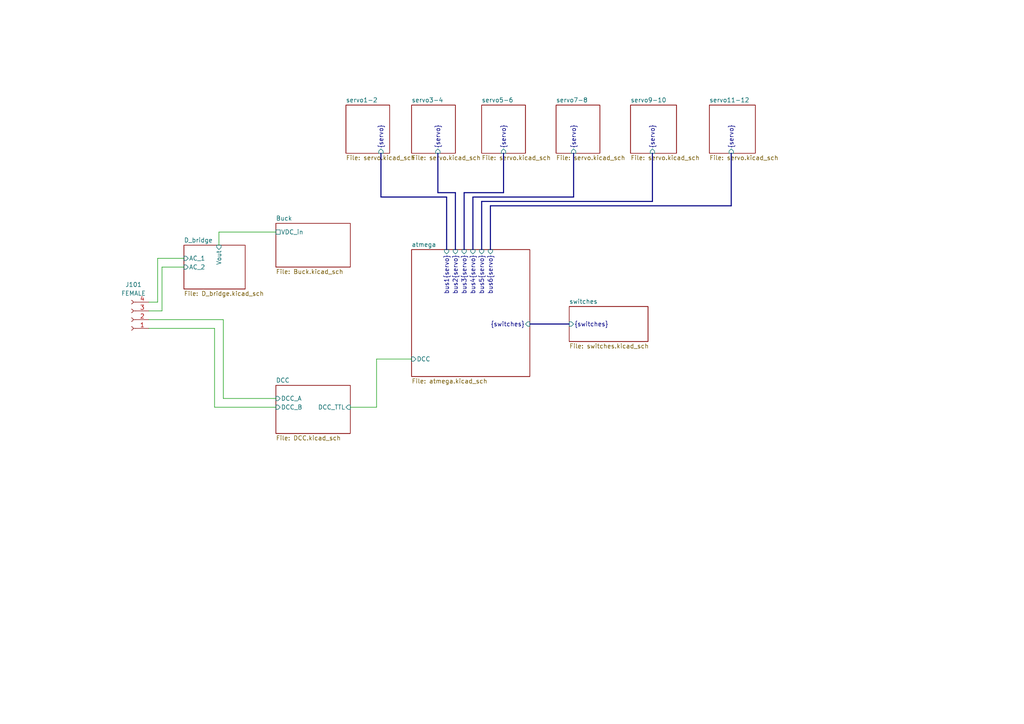
<source format=kicad_sch>
(kicad_sch (version 20231120) (generator "eeschema") (generator_version "8.0")
  (paper "A4")
  (lib_symbols
    (symbol "custom_kicad_lib_sk:connector_3.50mm_4P_horizontal_FEMALE" (pin_names (offset 1.016) hide)
      (property "Reference" "J" (at 0 5.08 0))
      (property "Value" "FEMALE" (at 0 -7.62 0))
      (symbol "connector_3.50mm_4P_horizontal_FEMALE_1_1"
        (arc (start 0 -4.572) (mid -0.5058 -5.08) (end 0 -5.588) (stroke (width 0.1524)))
        (arc (start 0 -2.032) (mid -0.5058 -2.54) (end 0 -3.048) (stroke (width 0.1524)))
        (polyline (pts (xy -1.27 -5.08) (xy -0.508 -5.08)) (stroke (width 0.1524)))
        (polyline (pts (xy -1.27 -2.54) (xy -0.508 -2.54)) (stroke (width 0.1524)))
        (polyline (pts (xy -1.27 0) (xy -0.508 0)) (stroke (width 0.1524)))
        (polyline (pts (xy -1.27 2.54) (xy -0.508 2.54)) (stroke (width 0.1524)))
        (arc (start 0 0.508) (mid -0.5058 0) (end 0 -0.508) (stroke (width 0.1524)))
        (arc (start 0 3.048) (mid -0.5058 2.54) (end 0 2.032) (stroke (width 0.1524)))
        (pin passive line (at -5.08 2.54 0) (length 3.81) (name "Pin_1") (number "1"))
        (pin passive line (at -5.08 0 0) (length 3.81) (name "Pin_2") (number "2"))
        (pin passive line (at -5.08 -2.54 0) (length 3.81) (name "Pin_3") (number "3"))
        (pin passive line (at -5.08 -5.08 0) (length 3.81) (name "Pin_4") (number "4"))
      )
    )
  )
  (bus_alias "servo" (members "pin1" "pin2"))
  (bus_alias "switches" (members "sw1" "sw2" "sw3" "sw4" "sw5"))
  (bus (pts (xy 142.24 59.69) (xy 212.09 59.69)))
  (bus (pts (xy 146.05 55.88) (xy 146.05 44.45)))
  (bus (pts (xy 110.49 57.15) (xy 110.49 44.45)))
  (bus (pts (xy 127 44.45) (xy 127 55.88)))
  (bus (pts (xy 137.16 57.15) (xy 166.37 57.15)))
  (wire (pts (xy 109.22 104.14) (xy 119.38 104.14)))
  (bus (pts (xy 139.7 58.42) (xy 189.23 58.42)))
  (wire (pts (xy 64.77 115.57) (xy 80.01 115.57)))
  (wire (pts (xy 62.23 118.11) (xy 80.01 118.11)))
  (wire (pts (xy 45.72 74.93) (xy 53.34 74.93)))
  (bus (pts (xy 139.7 72.39) (xy 139.7 58.42)))
  (wire (pts (xy 43.18 90.17) (xy 46.99 90.17)))
  (bus (pts (xy 153.67 93.98) (xy 165.1 93.98)))
  (wire (pts (xy 43.18 92.71) (xy 64.77 92.71)))
  (bus (pts (xy 166.37 57.15) (xy 166.37 44.45)))
  (wire (pts (xy 43.18 95.25) (xy 62.23 95.25)))
  (bus (pts (xy 137.16 72.39) (xy 137.16 57.15)))
  (wire (pts (xy 64.77 92.71) (xy 64.77 115.57)))
  (wire (pts (xy 63.5 67.31) (xy 80.01 67.31)))
  (wire (pts (xy 62.23 95.25) (xy 62.23 118.11)))
  (bus (pts (xy 212.09 59.69) (xy 212.09 44.45)))
  (bus (pts (xy 134.62 72.39) (xy 134.62 55.88)))
  (bus (pts (xy 127 55.88) (xy 132.08 55.88)))
  (wire (pts (xy 63.5 71.12) (xy 63.5 67.31)))
  (wire (pts (xy 43.18 87.63) (xy 45.72 87.63)))
  (bus (pts (xy 142.24 72.39) (xy 142.24 59.69)))
  (wire (pts (xy 46.99 90.17) (xy 46.99 77.47)))
  (wire (pts (xy 109.22 118.11) (xy 109.22 104.14)))
  (wire (pts (xy 46.99 77.47) (xy 53.34 77.47)))
  (bus (pts (xy 134.62 55.88) (xy 146.05 55.88)))
  (bus (pts (xy 132.08 55.88) (xy 132.08 72.39)))
  (bus (pts (xy 129.54 57.15) (xy 110.49 57.15)))
  (bus (pts (xy 189.23 58.42) (xy 189.23 44.45)))
  (bus (pts (xy 129.54 72.39) (xy 129.54 57.15)))
  (wire (pts (xy 101.6 118.11) (xy 109.22 118.11)))
  (wire (pts (xy 45.72 87.63) (xy 45.72 74.93)))
  (symbol (lib_id "custom_kicad_lib_sk:connector_3.50mm_4P_horizontal_FEMALE") (at 38.1 92.71 180) (unit 1)
    (property "Reference" "J101" (at 38.735 82.55 0))
    (property "Value" "FEMALE" (at 38.735 85.09 0))
    (property "Footprint" "Connector_Phoenix_MC:PhoenixContact_MC_1,5_4-G-3.5_1x04_P3.50mm_Horizontal" (effects (hide yes)))
    (property "Description" "Generic connector, single row, 01x04, script generated" (effects (hide yes)))
  )
  (sheet (at 100.33 30.48) (size 12.7 13.97) (stroke (width 0.1524))
    (property "Sheetname" "servo1-2" (at 100.33 29.7684 0) (effects (justify left bottom)))
    (property "Sheetfile" "servo.kicad_sch" (at 100.33 45.0346 0) (effects (justify left top)))
    (pin "{servo}" input (at 110.49 44.45 270))
  )
  (sheet (at 165.1 88.9) (size 22.86 10.16) (stroke (width 0.1524))
    (property "Sheetname" "switches" (at 165.1 88.1884 0) (effects (justify left bottom)))
    (property "Sheetfile" "switches.kicad_sch" (at 165.1 99.6446 0) (effects (justify left top)))
    (pin "{switches}" input (at 165.1 93.98 180))
  )
  (sheet (at 182.88 30.48) (size 13.335 13.97) (stroke (width 0.1524))
    (property "Sheetname" "servo9-10" (at 182.88 29.7684 0) (effects (justify left bottom)))
    (property "Sheetfile" "servo.kicad_sch" (at 182.88 45.0346 0) (effects (justify left top)))
    (pin "{servo}" input (at 189.23 44.45 270))
  )
  (sheet (at 53.34 71.12) (size 17.78 12.7) (stroke (width 0.1524))
    (property "Sheetname" "D_bridge" (at 53.34 70.4084 0) (effects (justify left bottom)))
    (property "Sheetfile" "D_bridge.kicad_sch" (at 53.34 84.4046 0) (effects (justify left top)))
    (pin "Vout" input (at 63.5 71.12 90))
    (pin "AC_1" input (at 53.34 74.93 180))
    (pin "AC_2" input (at 53.34 77.47 180))
  )
  (sheet (at 80.01 111.76) (size 21.59 13.97) (stroke (width 0.1524))
    (property "Sheetname" "DCC" (at 80.01 111.0484 0) (effects (justify left bottom)))
    (property "Sheetfile" "DCC.kicad_sch" (at 80.01 126.3146 0) (effects (justify left top)))
    (pin "DCC_TTL" input (at 101.6 118.11 0))
    (pin "DCC_A" input (at 80.01 115.57 180))
    (pin "DCC_B" input (at 80.01 118.11 180))
  )
  (sheet (at 119.38 30.48) (size 12.7 13.97) (stroke (width 0.1524))
    (property "Sheetname" "servo3-4" (at 119.38 29.7684 0) (effects (justify left bottom)))
    (property "Sheetfile" "servo.kicad_sch" (at 119.38 45.0346 0) (effects (justify left top)))
    (pin "{servo}" input (at 127 44.45 270))
  )
  (sheet (at 80.01 64.77) (size 21.59 12.7) (stroke (width 0.1524))
    (property "Sheetname" "Buck" (at 80.01 64.0584 0) (effects (justify left bottom)))
    (property "Sheetfile" "Buck.kicad_sch" (at 80.01 78.0546 0) (effects (justify left top)))
    (pin "VDC_in" passive (at 80.01 67.31 180))
  )
  (sheet (at 139.7 30.48) (size 12.7 13.97) (stroke (width 0.1524))
    (property "Sheetname" "servo5-6" (at 139.7 29.7684 0) (effects (justify left bottom)))
    (property "Sheetfile" "servo.kicad_sch" (at 139.7 45.0346 0) (effects (justify left top)))
    (pin "{servo}" input (at 146.05 44.45 270))
  )
  (sheet (at 161.29 30.48) (size 12.7 13.97) (stroke (width 0.1524))
    (property "Sheetname" "servo7-8" (at 161.29 29.7684 0) (effects (justify left bottom)))
    (property "Sheetfile" "servo.kicad_sch" (at 161.29 45.0346 0) (effects (justify left top)))
    (pin "{servo}" input (at 166.37 44.45 270))
  )
  (sheet (at 205.74 30.48) (size 13.335 13.97) (stroke (width 0.1524))
    (property "Sheetname" "servo11-12" (at 205.74 29.7684 0) (effects (justify left bottom)))
    (property "Sheetfile" "servo.kicad_sch" (at 205.74 45.0346 0) (effects (justify left top)))
    (pin "{servo}" input (at 212.09 44.45 270))
  )
  (sheet (at 119.38 72.39) (size 34.29 36.83) (stroke (width 0.1524))
    (property "Sheetname" "atmega" (at 119.38 71.6784 0) (effects (justify left bottom)))
    (property "Sheetfile" "atmega.kicad_sch" (at 119.38 109.8046 0) (effects (justify left top)))
    (pin "bus2{servo}" input (at 132.08 72.39 90))
    (pin "bus1{servo}" input (at 129.54 72.39 90))
    (pin "bus3{servo}" input (at 134.62 72.39 90))
    (pin "bus4{servo}" input (at 137.16 72.39 90))
    (pin "{switches}" input (at 153.67 93.98 0))
    (pin "DCC" input (at 119.38 104.14 180))
    (pin "bus5{servo}" input (at 139.7 72.39 90))
    (pin "bus6{servo}" input (at 142.24 72.39 90))
  )
)
</source>
